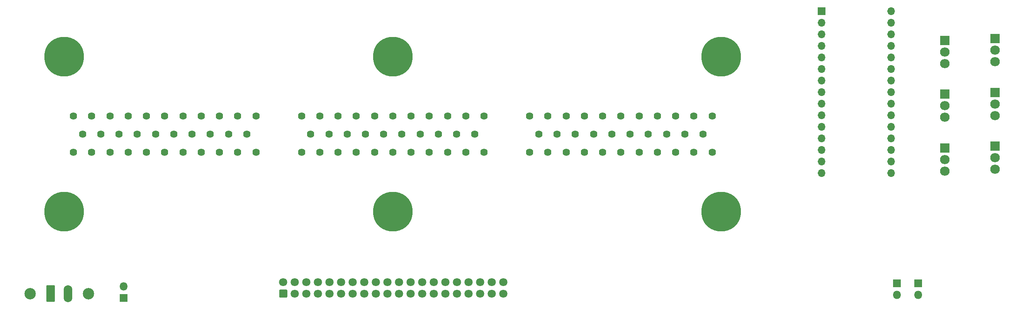
<source format=gbr>
%TF.GenerationSoftware,KiCad,Pcbnew,(5.1.6)-1*%
%TF.CreationDate,2021-10-10T19:12:38-05:00*%
%TF.ProjectId,Jeep JTEC,4a656570-204a-4544-9543-2e6b69636164,rev?*%
%TF.SameCoordinates,Original*%
%TF.FileFunction,Soldermask,Bot*%
%TF.FilePolarity,Negative*%
%FSLAX46Y46*%
G04 Gerber Fmt 4.6, Leading zero omitted, Abs format (unit mm)*
G04 Created by KiCad (PCBNEW (5.1.6)-1) date 2021-10-10 19:12:38*
%MOMM*%
%LPD*%
G01*
G04 APERTURE LIST*
%ADD10C,1.624000*%
%ADD11C,1.000000*%
%ADD12C,8.700000*%
%ADD13O,1.800000X1.800000*%
%ADD14R,1.800000X1.800000*%
%ADD15C,2.500000*%
%ADD16O,1.900000X3.700000*%
%ADD17O,2.100000X2.005000*%
%ADD18R,2.100000X2.005000*%
%ADD19C,1.800000*%
%ADD20O,1.700000X1.700000*%
%ADD21R,1.700000X1.700000*%
G04 APERTURE END LIST*
D10*
%TO.C,C1*%
X50000000Y-85000000D03*
X54000000Y-85000000D03*
X58000000Y-85000000D03*
X62000000Y-85000000D03*
X66000000Y-85000000D03*
X70000000Y-85000000D03*
X74000000Y-85000000D03*
X78000000Y-85000000D03*
X82000000Y-85000000D03*
X86000000Y-85000000D03*
X90000000Y-85000000D03*
X52000000Y-89000000D03*
X56000000Y-89000000D03*
X60000000Y-89000000D03*
X64000000Y-89000000D03*
X68000000Y-89000000D03*
X72000000Y-89000000D03*
X76000000Y-89000000D03*
X80000000Y-89000000D03*
X84000000Y-89000000D03*
X88000000Y-89000000D03*
X50000000Y-93000000D03*
X54000000Y-93000000D03*
X58000000Y-93000000D03*
X62000000Y-93000000D03*
X66000000Y-93000000D03*
X70000000Y-93000000D03*
X74000000Y-93000000D03*
X78000000Y-93000000D03*
X82000000Y-93000000D03*
X86000000Y-93000000D03*
X90000000Y-93000000D03*
%TD*%
%TO.C,C3*%
X150000000Y-85000000D03*
X154000000Y-85000000D03*
X158000000Y-85000000D03*
X162000000Y-85000000D03*
X166000000Y-85000000D03*
X170000000Y-85000000D03*
X174000000Y-85000000D03*
X178000000Y-85000000D03*
X182000000Y-85000000D03*
X186000000Y-85000000D03*
X190000000Y-85000000D03*
X152000000Y-89000000D03*
X156000000Y-89000000D03*
X160000000Y-89000000D03*
X164000000Y-89000000D03*
X168000000Y-89000000D03*
X172000000Y-89000000D03*
X176000000Y-89000000D03*
X180000000Y-89000000D03*
X184000000Y-89000000D03*
X188000000Y-89000000D03*
X150000000Y-93000000D03*
X154000000Y-93000000D03*
X158000000Y-93000000D03*
X162000000Y-93000000D03*
X166000000Y-93000000D03*
X170000000Y-93000000D03*
X174000000Y-93000000D03*
X178000000Y-93000000D03*
X182000000Y-93000000D03*
X186000000Y-93000000D03*
X190000000Y-93000000D03*
%TD*%
%TO.C,C2*%
X100000000Y-85000000D03*
X104000000Y-85000000D03*
X108000000Y-85000000D03*
X112000000Y-85000000D03*
X116000000Y-85000000D03*
X120000000Y-85000000D03*
X124000000Y-85000000D03*
X128000000Y-85000000D03*
X132000000Y-85000000D03*
X136000000Y-85000000D03*
X140000000Y-85000000D03*
X102000000Y-89000000D03*
X106000000Y-89000000D03*
X110000000Y-89000000D03*
X114000000Y-89000000D03*
X118000000Y-89000000D03*
X122000000Y-89000000D03*
X126000000Y-89000000D03*
X130000000Y-89000000D03*
X134000000Y-89000000D03*
X138000000Y-89000000D03*
X100000000Y-93000000D03*
X104000000Y-93000000D03*
X108000000Y-93000000D03*
X112000000Y-93000000D03*
X116000000Y-93000000D03*
X120000000Y-93000000D03*
X124000000Y-93000000D03*
X128000000Y-93000000D03*
X132000000Y-93000000D03*
X136000000Y-93000000D03*
X140000000Y-93000000D03*
%TD*%
D11*
%TO.C,H6*%
X194280419Y-103719581D03*
X192000000Y-102775000D03*
X189719581Y-103719581D03*
X188775000Y-106000000D03*
X189719581Y-108280419D03*
X192000000Y-109225000D03*
X194280419Y-108280419D03*
X195225000Y-106000000D03*
D12*
X192000000Y-106000000D03*
%TD*%
D11*
%TO.C,H5*%
X194280419Y-69719581D03*
X192000000Y-68775000D03*
X189719581Y-69719581D03*
X188775000Y-72000000D03*
X189719581Y-74280419D03*
X192000000Y-75225000D03*
X194280419Y-74280419D03*
X195225000Y-72000000D03*
D12*
X192000000Y-72000000D03*
%TD*%
D11*
%TO.C,H4*%
X50280419Y-69719581D03*
X48000000Y-68775000D03*
X45719581Y-69719581D03*
X44775000Y-72000000D03*
X45719581Y-74280419D03*
X48000000Y-75225000D03*
X50280419Y-74280419D03*
X51225000Y-72000000D03*
D12*
X48000000Y-72000000D03*
%TD*%
D11*
%TO.C,H3*%
X122280419Y-69719581D03*
X120000000Y-68775000D03*
X117719581Y-69719581D03*
X116775000Y-72000000D03*
X117719581Y-74280419D03*
X120000000Y-75225000D03*
X122280419Y-74280419D03*
X123225000Y-72000000D03*
D12*
X120000000Y-72000000D03*
%TD*%
D11*
%TO.C,H2*%
X50280419Y-103719581D03*
X48000000Y-102775000D03*
X45719581Y-103719581D03*
X44775000Y-106000000D03*
X45719581Y-108280419D03*
X48000000Y-109225000D03*
X50280419Y-108280419D03*
X51225000Y-106000000D03*
D12*
X48000000Y-106000000D03*
%TD*%
D11*
%TO.C,H1*%
X122280419Y-103719581D03*
X120000000Y-102775000D03*
X117719581Y-103719581D03*
X116775000Y-106000000D03*
X117719581Y-108280419D03*
X120000000Y-109225000D03*
X122280419Y-108280419D03*
X123225000Y-106000000D03*
D12*
X120000000Y-106000000D03*
%TD*%
D13*
%TO.C,JP3*%
X61000000Y-122460000D03*
D14*
X61000000Y-125000000D03*
%TD*%
D15*
%TO.C,J2*%
X53310000Y-124000000D03*
X40500000Y-124000000D03*
D16*
X48810000Y-124000000D03*
G36*
G01*
X44050000Y-125586111D02*
X44050000Y-122413889D01*
G75*
G02*
X44313889Y-122150000I263889J0D01*
G01*
X45686111Y-122150000D01*
G75*
G02*
X45950000Y-122413889I0J-263889D01*
G01*
X45950000Y-125586111D01*
G75*
G02*
X45686111Y-125850000I-263889J0D01*
G01*
X44313889Y-125850000D01*
G75*
G02*
X44050000Y-125586111I0J263889D01*
G01*
G37*
%TD*%
D17*
%TO.C,Q8*%
X241000000Y-97080000D03*
X241000000Y-94540000D03*
D18*
X241000000Y-92000000D03*
%TD*%
D17*
%TO.C,Q7*%
X241000000Y-85280000D03*
X241000000Y-82740000D03*
D18*
X241000000Y-80200000D03*
%TD*%
D17*
%TO.C,Q6*%
X241000000Y-73480000D03*
X241000000Y-70940000D03*
D18*
X241000000Y-68400000D03*
%TD*%
D17*
%TO.C,Q5*%
X252000000Y-96680000D03*
X252000000Y-94140000D03*
D18*
X252000000Y-91600000D03*
%TD*%
D17*
%TO.C,Q4*%
X252000000Y-84880000D03*
X252000000Y-82340000D03*
D18*
X252000000Y-79800000D03*
%TD*%
D17*
%TO.C,Q3*%
X252000000Y-73080000D03*
X252000000Y-70540000D03*
D18*
X252000000Y-68000000D03*
%TD*%
D13*
%TO.C,JP2*%
X230540000Y-124280000D03*
D14*
X230540000Y-121740000D03*
%TD*%
D13*
%TO.C,JP1*%
X235190000Y-124280000D03*
D14*
X235190000Y-121740000D03*
%TD*%
D19*
%TO.C,J1*%
X144260000Y-121460000D03*
X141720000Y-121460000D03*
X139180000Y-121460000D03*
X136640000Y-121460000D03*
X134100000Y-121460000D03*
X131560000Y-121460000D03*
X129020000Y-121460000D03*
X126480000Y-121460000D03*
X123940000Y-121460000D03*
X121400000Y-121460000D03*
X118860000Y-121460000D03*
X116320000Y-121460000D03*
X113780000Y-121460000D03*
X111240000Y-121460000D03*
X108700000Y-121460000D03*
X106160000Y-121460000D03*
X103620000Y-121460000D03*
X101080000Y-121460000D03*
X98540000Y-121460000D03*
X96000000Y-121460000D03*
X144260000Y-124000000D03*
X141720000Y-124000000D03*
X139180000Y-124000000D03*
X136640000Y-124000000D03*
X134100000Y-124000000D03*
X131560000Y-124000000D03*
X129020000Y-124000000D03*
X126480000Y-124000000D03*
X123940000Y-124000000D03*
X121400000Y-124000000D03*
X118860000Y-124000000D03*
X116320000Y-124000000D03*
X113780000Y-124000000D03*
X111240000Y-124000000D03*
X108700000Y-124000000D03*
X106160000Y-124000000D03*
X103620000Y-124000000D03*
X101080000Y-124000000D03*
X98540000Y-124000000D03*
G36*
G01*
X96635294Y-124900000D02*
X95364706Y-124900000D01*
G75*
G02*
X95100000Y-124635294I0J264706D01*
G01*
X95100000Y-123364706D01*
G75*
G02*
X95364706Y-123100000I264706J0D01*
G01*
X96635294Y-123100000D01*
G75*
G02*
X96900000Y-123364706I0J-264706D01*
G01*
X96900000Y-124635294D01*
G75*
G02*
X96635294Y-124900000I-264706J0D01*
G01*
G37*
%TD*%
D20*
%TO.C,A1*%
X229240000Y-97560000D03*
X214000000Y-97560000D03*
X229240000Y-62000000D03*
X214000000Y-95020000D03*
X229240000Y-64540000D03*
X214000000Y-92480000D03*
X229240000Y-67080000D03*
X214000000Y-89940000D03*
X229240000Y-69620000D03*
X214000000Y-87400000D03*
X229240000Y-72160000D03*
X214000000Y-84860000D03*
X229240000Y-74700000D03*
X214000000Y-82320000D03*
X229240000Y-77240000D03*
X214000000Y-79780000D03*
X229240000Y-79780000D03*
X214000000Y-77240000D03*
X229240000Y-82320000D03*
X214000000Y-74700000D03*
X229240000Y-84860000D03*
X214000000Y-72160000D03*
X229240000Y-87400000D03*
X214000000Y-69620000D03*
X229240000Y-89940000D03*
X214000000Y-67080000D03*
X229240000Y-92480000D03*
X214000000Y-64540000D03*
X229240000Y-95020000D03*
D21*
X214000000Y-62000000D03*
%TD*%
M02*

</source>
